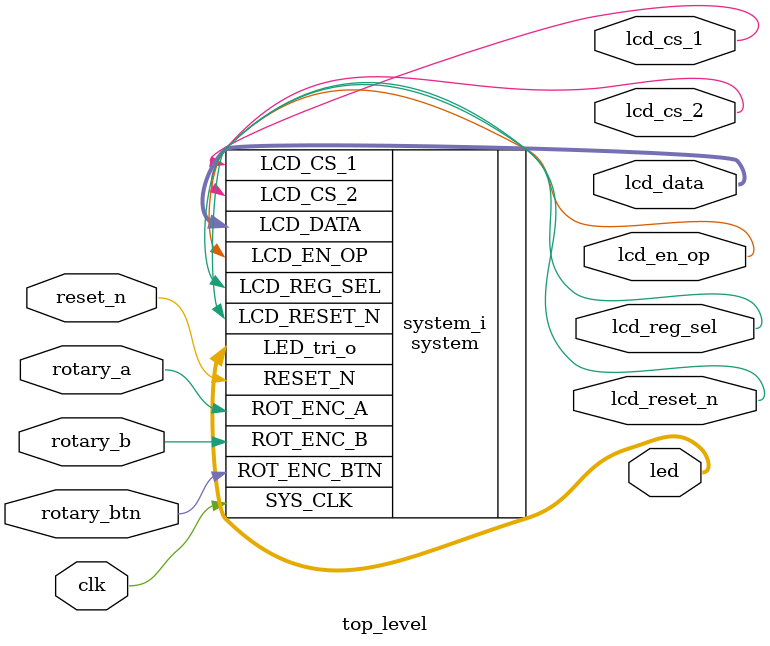
<source format=v>
`timescale 1ns / 1ps

module top_level
(

    input               clk,            // 100 MHz clock
    input               reset_n,        // Active-low reset from Nexys4DDR

    input               rotary_a,       // rotary encoder A
    input               rotary_b,       // rotary encoder B
    input               rotary_btn,     // rotary encoder pushbutton

    output      [7:0]   lcd_data,       // LCD data bus
    output              lcd_en_op,      // LCD enable operation
    output              lcd_reset_n,    // LCD active-low reset
    output              lcd_reg_sel,    // LCD register select (data/instruction)
    output              lcd_cs_1,       // LCD chip select 1
    output              lcd_cs_2,       // LCD chip select 2

    output      [15:0]  led             // Nexys4DDR LEDs
);

///////////////////////////////////////////////////////////////////////////////////////////////////
//  Module Instantiations
///////////////////////////////////////////////////////////////////////////////////////////////////


// Microblaze System
system system_i (
    .SYS_CLK(clk),
    .RESET_N(reset_n),
    .ROT_ENC_A(rotary_a),
    .ROT_ENC_B(rotary_b),
    .ROT_ENC_BTN(rotary_btn),
    .LCD_DATA(lcd_data),
    .LCD_RESET_N(lcd_reset_n),
    .LCD_EN_OP(lcd_en_op),
    .LCD_REG_SEL(lcd_reg_sel),
    .LCD_CS_1(lcd_cs_1),
    .LCD_CS_2(lcd_cs_2),
    .LED_tri_o(led)
);

endmodule


</source>
